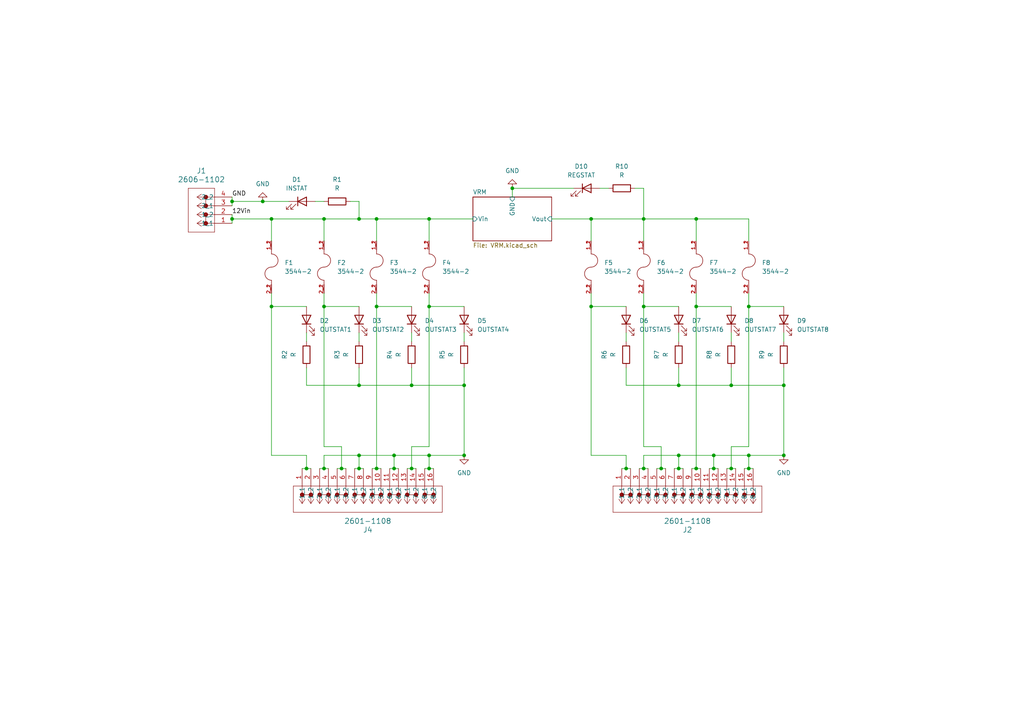
<source format=kicad_sch>
(kicad_sch (version 20250114) (generator "eeschema") (generator_version "9.0")
  (paper "A4")
  (lib_symbols
    (symbol "2026-01-30_02-58-56:2606-1102" (pin_names (offset 0.254))
      (property "Reference" "J" (at 8.89 6.35 0))
      (property "Value" "2606-1102" (at 0 0 0))
      (symbol "2606-1102_1_1"
        (polyline (pts (xy 5.08 2.54) (xy 5.08 -10.16)) (stroke (width 0.127)))
        (polyline (pts (xy 5.08 -10.16) (xy 12.7 -10.16)) (stroke (width 0.127)))
        (polyline (pts (xy 7.62 0) (xy 7.62 -2.54)) (stroke (width 0.127)))
        (circle (center 7.62 0) (radius 0.127) (stroke (width 0.508)))
        (circle (center 7.62 -2.54) (radius 0.127) (stroke (width 0.508)))
        (polyline (pts (xy 7.62 -5.08) (xy 7.62 -7.62)) (stroke (width 0.127)))
        (circle (center 7.62 -5.08) (radius 0.127) (stroke (width 0.508)))
        (circle (center 7.62 -7.62) (radius 0.127) (stroke (width 0.508)))
        (polyline (pts (xy 10.16 0) (xy 5.08 0)) (stroke (width 0.127)))
        (polyline (pts (xy 10.16 0) (xy 8.89 0.8467)) (stroke (width 0.127)))
        (polyline (pts (xy 10.16 0) (xy 8.89 -0.8467)) (stroke (width 0.127)))
        (polyline (pts (xy 10.16 -2.54) (xy 5.08 -2.54)) (stroke (width 0.127)))
        (polyline (pts (xy 10.16 -2.54) (xy 8.89 -1.6933)) (stroke (width 0.127)))
        (polyline (pts (xy 10.16 -2.54) (xy 8.89 -3.3867)) (stroke (width 0.127)))
        (polyline (pts (xy 10.16 -5.08) (xy 5.08 -5.08)) (stroke (width 0.127)))
        (polyline (pts (xy 10.16 -5.08) (xy 8.89 -4.2333)) (stroke (width 0.127)))
        (polyline (pts (xy 10.16 -5.08) (xy 8.89 -5.9267)) (stroke (width 0.127)))
        (polyline (pts (xy 10.16 -7.62) (xy 5.08 -7.62)) (stroke (width 0.127)))
        (polyline (pts (xy 10.16 -7.62) (xy 8.89 -6.7733)) (stroke (width 0.127)))
        (polyline (pts (xy 10.16 -7.62) (xy 8.89 -8.4667)) (stroke (width 0.127)))
        (polyline (pts (xy 12.7 2.54) (xy 5.08 2.54)) (stroke (width 0.127)))
        (polyline (pts (xy 12.7 -10.16) (xy 12.7 2.54)) (stroke (width 0.127)))
        (pin unspecified line (at 0 0 0) (length 5.08) (name "1_1") (number "1"))
        (pin unspecified line (at 0 -2.54 0) (length 5.08) (name "1_2") (number "2"))
        (pin unspecified line (at 0 -5.08 0) (length 5.08) (name "2_1") (number "3"))
        (pin unspecified line (at 0 -7.62 0) (length 5.08) (name "2_2") (number "4"))
      )
      (symbol "2606-1102_1_2"
        (polyline (pts (xy 5.08 2.54) (xy 5.08 -10.16)) (stroke (width 0.127)))
        (polyline (pts (xy 5.08 -10.16) (xy 12.7 -10.16)) (stroke (width 0.127)))
        (polyline (pts (xy 7.62 0) (xy 7.62 -2.54)) (stroke (width 0.127)))
        (circle (center 7.62 0) (radius 0.127) (stroke (width 0.508)))
        (circle (center 7.62 -2.54) (radius 0.127) (stroke (width 0.508)))
        (polyline (pts (xy 7.62 -5.08) (xy 7.62 -7.62)) (stroke (width 0.127)))
        (circle (center 7.62 -5.08) (radius 0.127) (stroke (width 0.508)))
        (circle (center 7.62 -7.62) (radius 0.127) (stroke (width 0.508)))
        (polyline (pts (xy 10.16 0) (xy 5.08 0)) (stroke (width 0.127)))
        (polyline (pts (xy 10.16 0) (xy 8.89 0.8467)) (stroke (width 0.127)))
        (polyline (pts (xy 10.16 0) (xy 8.89 -0.8467)) (stroke (width 0.127)))
        (polyline (pts (xy 10.16 -2.54) (xy 5.08 -2.54)) (stroke (width 0.127)))
        (polyline (pts (xy 10.16 -2.54) (xy 8.89 -1.6933)) (stroke (width 0.127)))
        (polyline (pts (xy 10.16 -2.54) (xy 8.89 -3.3867)) (stroke (width 0.127)))
        (polyline (pts (xy 10.16 -5.08) (xy 5.08 -5.08)) (stroke (width 0.127)))
        (polyline (pts (xy 10.16 -5.08) (xy 8.89 -4.2333)) (stroke (width 0.127)))
        (polyline (pts (xy 10.16 -5.08) (xy 8.89 -5.9267)) (stroke (width 0.127)))
        (polyline (pts (xy 10.16 -7.62) (xy 5.08 -7.62)) (stroke (width 0.127)))
        (polyline (pts (xy 10.16 -7.62) (xy 8.89 -6.7733)) (stroke (width 0.127)))
        (polyline (pts (xy 10.16 -7.62) (xy 8.89 -8.4667)) (stroke (width 0.127)))
        (polyline (pts (xy 12.7 2.54) (xy 5.08 2.54)) (stroke (width 0.127)))
        (polyline (pts (xy 12.7 -10.16) (xy 12.7 2.54)) (stroke (width 0.127)))
        (pin unspecified line (at 0 0 0) (length 5.08) (name "1_1") (number "1"))
        (pin unspecified line (at 0 -2.54 0) (length 5.08) (name "1_2") (number "2"))
        (pin unspecified line (at 0 -5.08 0) (length 5.08) (name "2_1") (number "3"))
        (pin unspecified line (at 0 -7.62 0) (length 5.08) (name "2_2") (number "4"))
      )
    )
    (symbol "2026-01-30_04-04-40:2601-1108" (pin_names (offset 0.254))
      (property "Reference" "J" (at 8.89 6.35 0))
      (property "Value" "2601-1108" (at 0 0 0))
      (symbol "2601-1108_1_1"
        (polyline (pts (xy 5.08 2.54) (xy 5.08 -40.64)) (stroke (width 0.127)))
        (polyline (pts (xy 5.08 -40.64) (xy 12.7 -40.64)) (stroke (width 0.127)))
        (polyline (pts (xy 7.62 0) (xy 7.62 -2.54)) (stroke (width 0.127)))
        (circle (center 7.62 0) (radius 0.127) (stroke (width 0.508)))
        (circle (center 7.62 -2.54) (radius 0.127) (stroke (width 0.508)))
        (polyline (pts (xy 7.62 -5.08) (xy 7.62 -7.62)) (stroke (width 0.127)))
        (circle (center 7.62 -5.08) (radius 0.127) (stroke (width 0.508)))
        (circle (center 7.62 -7.62) (radius 0.127) (stroke (width 0.508)))
        (polyline (pts (xy 7.62 -10.16) (xy 7.62 -12.7)) (stroke (width 0.127)))
        (circle (center 7.62 -10.16) (radius 0.127) (stroke (width 0.508)))
        (circle (center 7.62 -12.7) (radius 0.127) (stroke (width 0.508)))
        (polyline (pts (xy 7.62 -15.24) (xy 7.62 -17.78)) (stroke (width 0.127)))
        (circle (center 7.62 -15.24) (radius 0.127) (stroke (width 0.508)))
        (circle (center 7.62 -17.78) (radius 0.127) (stroke (width 0.508)))
        (polyline (pts (xy 7.62 -20.32) (xy 7.62 -22.86)) (stroke (width 0.127)))
        (circle (center 7.62 -20.32) (radius 0.127) (stroke (width 0.508)))
        (circle (center 7.62 -22.86) (radius 0.127) (stroke (width 0.508)))
        (polyline (pts (xy 7.62 -25.4) (xy 7.62 -27.94)) (stroke (width 0.127)))
        (circle (center 7.62 -25.4) (radius 0.127) (stroke (width 0.508)))
        (circle (center 7.62 -27.94) (radius 0.127) (stroke (width 0.508)))
        (polyline (pts (xy 7.62 -30.48) (xy 7.62 -33.02)) (stroke (width 0.127)))
        (circle (center 7.62 -30.48) (radius 0.127) (stroke (width 0.508)))
        (circle (center 7.62 -33.02) (radius 0.127) (stroke (width 0.508)))
        (polyline (pts (xy 7.62 -35.56) (xy 7.62 -38.1)) (stroke (width 0.127)))
        (circle (center 7.62 -35.56) (radius 0.127) (stroke (width 0.508)))
        (circle (center 7.62 -38.1) (radius 0.127) (stroke (width 0.508)))
        (polyline (pts (xy 10.16 0) (xy 5.08 0)) (stroke (width 0.127)))
        (polyline (pts (xy 10.16 0) (xy 8.89 0.8467)) (stroke (width 0.127)))
        (polyline (pts (xy 10.16 0) (xy 8.89 -0.8467)) (stroke (width 0.127)))
        (polyline (pts (xy 10.16 -2.54) (xy 5.08 -2.54)) (stroke (width 0.127)))
        (polyline (pts (xy 10.16 -2.54) (xy 8.89 -1.6933)) (stroke (width 0.127)))
        (polyline (pts (xy 10.16 -2.54) (xy 8.89 -3.3867)) (stroke (width 0.127)))
        (polyline (pts (xy 10.16 -5.08) (xy 5.08 -5.08)) (stroke (width 0.127)))
        (polyline (pts (xy 10.16 -5.08) (xy 8.89 -4.2333)) (stroke (width 0.127)))
        (polyline (pts (xy 10.16 -5.08) (xy 8.89 -5.9267)) (stroke (width 0.127)))
        (polyline (pts (xy 10.16 -7.62) (xy 5.08 -7.62)) (stroke (width 0.127)))
        (polyline (pts (xy 10.16 -7.62) (xy 8.89 -6.7733)) (stroke (width 0.127)))
        (polyline (pts (xy 10.16 -7.62) (xy 8.89 -8.4667)) (stroke (width 0.127)))
        (polyline (pts (xy 10.16 -10.16) (xy 5.08 -10.16)) (stroke (width 0.127)))
        (polyline (pts (xy 10.16 -10.16) (xy 8.89 -9.3133)) (stroke (width 0.127)))
        (polyline (pts (xy 10.16 -10.16) (xy 8.89 -11.0067)) (stroke (width 0.127)))
        (polyline (pts (xy 10.16 -12.7) (xy 5.08 -12.7)) (stroke (width 0.127)))
        (polyline (pts (xy 10.16 -12.7) (xy 8.89 -11.8533)) (stroke (width 0.127)))
        (polyline (pts (xy 10.16 -12.7) (xy 8.89 -13.5467)) (stroke (width 0.127)))
        (polyline (pts (xy 10.16 -15.24) (xy 5.08 -15.24)) (stroke (width 0.127)))
        (polyline (pts (xy 10.16 -15.24) (xy 8.89 -14.3933)) (stroke (width 0.127)))
        (polyline (pts (xy 10.16 -15.24) (xy 8.89 -16.0867)) (stroke (width 0.127)))
        (polyline (pts (xy 10.16 -17.78) (xy 5.08 -17.78)) (stroke (width 0.127)))
        (polyline (pts (xy 10.16 -17.78) (xy 8.89 -16.9333)) (stroke (width 0.127)))
        (polyline (pts (xy 10.16 -17.78) (xy 8.89 -18.6267)) (stroke (width 0.127)))
        (polyline (pts (xy 10.16 -20.32) (xy 5.08 -20.32)) (stroke (width 0.127)))
        (polyline (pts (xy 10.16 -20.32) (xy 8.89 -19.4733)) (stroke (width 0.127)))
        (polyline (pts (xy 10.16 -20.32) (xy 8.89 -21.1667)) (stroke (width 0.127)))
        (polyline (pts (xy 10.16 -22.86) (xy 5.08 -22.86)) (stroke (width 0.127)))
        (polyline (pts (xy 10.16 -22.86) (xy 8.89 -22.0133)) (stroke (width 0.127)))
        (polyline (pts (xy 10.16 -22.86) (xy 8.89 -23.7067)) (stroke (width 0.127)))
        (polyline (pts (xy 10.16 -25.4) (xy 5.08 -25.4)) (stroke (width 0.127)))
        (polyline (pts (xy 10.16 -25.4) (xy 8.89 -24.5533)) (stroke (width 0.127)))
        (polyline (pts (xy 10.16 -25.4) (xy 8.89 -26.2467)) (stroke (width 0.127)))
        (polyline (pts (xy 10.16 -27.94) (xy 5.08 -27.94)) (stroke (width 0.127)))
        (polyline (pts (xy 10.16 -27.94) (xy 8.89 -27.0933)) (stroke (width 0.127)))
        (polyline (pts (xy 10.16 -27.94) (xy 8.89 -28.7867)) (stroke (width 0.127)))
        (polyline (pts (xy 10.16 -30.48) (xy 5.08 -30.48)) (stroke (width 0.127)))
        (polyline (pts (xy 10.16 -30.48) (xy 8.89 -29.6333)) (stroke (width 0.127)))
        (polyline (pts (xy 10.16 -30.48) (xy 8.89 -31.3267)) (stroke (width 0.127)))
        (polyline (pts (xy 10.16 -33.02) (xy 5.08 -33.02)) (stroke (width 0.127)))
        (polyline (pts (xy 10.16 -33.02) (xy 8.89 -32.1733)) (stroke (width 0.127)))
        (polyline (pts (xy 10.16 -33.02) (xy 8.89 -33.8667)) (stroke (width 0.127)))
        (polyline (pts (xy 10.16 -35.56) (xy 5.08 -35.56)) (stroke (width 0.127)))
        (polyline (pts (xy 10.16 -35.56) (xy 8.89 -34.7133)) (stroke (width 0.127)))
        (polyline (pts (xy 10.16 -35.56) (xy 8.89 -36.4067)) (stroke (width 0.127)))
        (polyline (pts (xy 10.16 -38.1) (xy 5.08 -38.1)) (stroke (width 0.127)))
        (polyline (pts (xy 10.16 -38.1) (xy 8.89 -37.2533)) (stroke (width 0.127)))
        (polyline (pts (xy 10.16 -38.1) (xy 8.89 -38.9467)) (stroke (width 0.127)))
        (polyline (pts (xy 12.7 2.54) (xy 5.08 2.54)) (stroke (width 0.127)))
        (polyline (pts (xy 12.7 -40.64) (xy 12.7 2.54)) (stroke (width 0.127)))
        (pin unspecified line (at 0 0 0) (length 5.08) (name "1_1") (number "1"))
        (pin unspecified line (at 0 -2.54 0) (length 5.08) (name "1_2") (number "2"))
        (pin unspecified line (at 0 -5.08 0) (length 5.08) (name "2_1") (number "3"))
        (pin unspecified line (at 0 -7.62 0) (length 5.08) (name "2_2") (number "4"))
        (pin unspecified line (at 0 -10.16 0) (length 5.08) (name "3_1") (number "5"))
        (pin unspecified line (at 0 -12.7 0) (length 5.08) (name "3_2") (number "6"))
        (pin unspecified line (at 0 -15.24 0) (length 5.08) (name "4_1") (number "7"))
        (pin unspecified line (at 0 -17.78 0) (length 5.08) (name "4_2") (number "8"))
        (pin unspecified line (at 0 -20.32 0) (length 5.08) (name "5_1") (number "9"))
        (pin unspecified line (at 0 -22.86 0) (length 5.08) (name "5_2") (number "10"))
        (pin unspecified line (at 0 -25.4 0) (length 5.08) (name "6_1") (number "11"))
        (pin unspecified line (at 0 -27.94 0) (length 5.08) (name "6_2") (number "12"))
        (pin unspecified line (at 0 -30.48 0) (length 5.08) (name "7_1") (number "13"))
        (pin unspecified line (at 0 -33.02 0) (length 5.08) (name "7_2") (number "14"))
        (pin unspecified line (at 0 -35.56 0) (length 5.08) (name "8_1") (number "15"))
        (pin unspecified line (at 0 -38.1 0) (length 5.08) (name "8_2") (number "16"))
      )
      (symbol "2601-1108_1_2"
        (polyline (pts (xy 5.08 2.54) (xy 5.08 -40.64)) (stroke (width 0.127)))
        (polyline (pts (xy 5.08 -40.64) (xy 12.7 -40.64)) (stroke (width 0.127)))
        (polyline (pts (xy 7.62 0) (xy 7.62 -2.54)) (stroke (width 0.127)))
        (circle (center 7.62 0) (radius 0.127) (stroke (width 0.508)))
        (circle (center 7.62 -2.54) (radius 0.127) (stroke (width 0.508)))
        (polyline (pts (xy 7.62 -5.08) (xy 7.62 -7.62)) (stroke (width 0.127)))
        (circle (center 7.62 -5.08) (radius 0.127) (stroke (width 0.508)))
        (circle (center 7.62 -7.62) (radius 0.127) (stroke (width 0.508)))
        (polyline (pts (xy 7.62 -10.16) (xy 7.62 -12.7)) (stroke (width 0.127)))
        (circle (center 7.62 -10.16) (radius 0.127) (stroke (width 0.508)))
        (circle (center 7.62 -12.7) (radius 0.127) (stroke (width 0.508)))
        (polyline (pts (xy 7.62 -15.24) (xy 7.62 -17.78)) (stroke (width 0.127)))
        (circle (center 7.62 -15.24) (radius 0.127) (stroke (width 0.508)))
        (circle (center 7.62 -17.78) (radius 0.127) (stroke (width 0.508)))
        (polyline (pts (xy 7.62 -20.32) (xy 7.62 -22.86)) (stroke (width 0.127)))
        (circle (center 7.62 -20.32) (radius 0.127) (stroke (width 0.508)))
        (circle (center 7.62 -22.86) (radius 0.127) (stroke (width 0.508)))
        (polyline (pts (xy 7.62 -25.4) (xy 7.62 -27.94)) (stroke (width 0.127)))
        (circle (center 7.62 -25.4) (radius 0.127) (stroke (width 0.508)))
        (circle (center 7.62 -27.94) (radius 0.127) (stroke (width 0.508)))
        (polyline (pts (xy 7.62 -30.48) (xy 7.62 -33.02)) (stroke (width 0.127)))
        (circle (center 7.62 -30.48) (radius 0.127) (stroke (width 0.508)))
        (circle (center 7.62 -33.02) (radius 0.127) (stroke (width 0.508)))
        (polyline (pts (xy 7.62 -35.56) (xy 7.62 -38.1)) (stroke (width 0.127)))
        (circle (center 7.62 -35.56) (radius 0.127) (stroke (width 0.508)))
        (circle (center 7.62 -38.1) (radius 0.127) (stroke (width 0.508)))
        (polyline (pts (xy 10.16 0) (xy 5.08 0)) (stroke (width 0.127)))
        (polyline (pts (xy 10.16 0) (xy 8.89 0.8467)) (stroke (width 0.127)))
        (polyline (pts (xy 10.16 0) (xy 8.89 -0.8467)) (stroke (width 0.127)))
        (polyline (pts (xy 10.16 -2.54) (xy 5.08 -2.54)) (stroke (width 0.127)))
        (polyline (pts (xy 10.16 -2.54) (xy 8.89 -1.6933)) (stroke (width 0.127)))
        (polyline (pts (xy 10.16 -2.54) (xy 8.89 -3.3867)) (stroke (width 0.127)))
        (polyline (pts (xy 10.16 -5.08) (xy 5.08 -5.08)) (stroke (width 0.127)))
        (polyline (pts (xy 10.16 -5.08) (xy 8.89 -4.2333)) (stroke (width 0.127)))
        (polyline (pts (xy 10.16 -5.08) (xy 8.89 -5.9267)) (stroke (width 0.127)))
        (polyline (pts (xy 10.16 -7.62) (xy 5.08 -7.62)) (stroke (width 0.127)))
        (polyline (pts (xy 10.16 -7.62) (xy 8.89 -6.7733)) (stroke (width 0.127)))
        (polyline (pts (xy 10.16 -7.62) (xy 8.89 -8.4667)) (stroke (width 0.127)))
        (polyline (pts (xy 10.16 -10.16) (xy 5.08 -10.16)) (stroke (width 0.127)))
        (polyline (pts (xy 10.16 -10.16) (xy 8.89 -9.3133)) (stroke (width 0.127)))
        (polyline (pts (xy 10.16 -10.16) (xy 8.89 -11.0067)) (stroke (width 0.127)))
        (polyline (pts (xy 10.16 -12.7) (xy 5.08 -12.7)) (stroke (width 0.127)))
        (polyline (pts (xy 10.16 -12.7) (xy 8.89 -11.8533)) (stroke (width 0.127)))
        (polyline (pts (xy 10.16 -12.7) (xy 8.89 -13.5467)) (stroke (width 0.127)))
        (polyline (pts (xy 10.16 -15.24) (xy 5.08 -15.24)) (stroke (width 0.127)))
        (polyline (pts (xy 10.16 -15.24) (xy 8.89 -14.3933)) (stroke (width 0.127)))
        (polyline (pts (xy 10.16 -15.24) (xy 8.89 -16.0867)) (stroke (width 0.127)))
        (polyline (pts (xy 10.16 -17.78) (xy 5.08 -17.78)) (stroke (width 0.127)))
        (polyline (pts (xy 10.16 -17.78) (xy 8.89 -16.9333)) (stroke (width 0.127)))
        (polyline (pts (xy 10.16 -17.78) (xy 8.89 -18.6267)) (stroke (width 0.127)))
        (polyline (pts (xy 10.16 -20.32) (xy 5.08 -20.32)) (stroke (width 0.127)))
        (polyline (pts (xy 10.16 -20.32) (xy 8.89 -19.4733)) (stroke (width 0.127)))
        (polyline (pts (xy 10.16 -20.32) (xy 8.89 -21.1667)) (stroke (width 0.127)))
        (polyline (pts (xy 10.16 -22.86) (xy 5.08 -22.86)) (stroke (width 0.127)))
        (polyline (pts (xy 10.16 -22.86) (xy 8.89 -22.0133)) (stroke (width 0.127)))
        (polyline (pts (xy 10.16 -22.86) (xy 8.89 -23.7067)) (stroke (width 0.127)))
        (polyline (pts (xy 10.16 -25.4) (xy 5.08 -25.4)) (stroke (width 0.127)))
        (polyline (pts (xy 10.16 -25.4) (xy 8.89 -24.5533)) (stroke (width 0.127)))
        (polyline (pts (xy 10.16 -25.4) (xy 8.89 -26.2467)) (stroke (width 0.127)))
        (polyline (pts (xy 10.16 -27.94) (xy 5.08 -27.94)) (stroke (width 0.127)))
        (polyline (pts (xy 10.16 -27.94) (xy 8.89 -27.0933)) (stroke (width 0.127)))
        (polyline (pts (xy 10.16 -27.94) (xy 8.89 -28.7867)) (stroke (width 0.127)))
        (polyline (pts (xy 10.16 -30.48) (xy 5.08 -30.48)) (stroke (width 0.127)))
        (polyline (pts (xy 10.16 -30.48) (xy 8.89 -29.6333)) (stroke (width 0.127)))
        (polyline (pts (xy 10.16 -30.48) (xy 8.89 -31.3267)) (stroke (width 0.127)))
        (polyline (pts (xy 10.16 -33.02) (xy 5.08 -33.02)) (stroke (width 0.127)))
        (polyline (pts (xy 10.16 -33.02) (xy 8.89 -32.1733)) (stroke (width 0.127)))
        (polyline (pts (xy 10.16 -33.02) (xy 8.89 -33.8667)) (stroke (width 0.127)))
        (polyline (pts (xy 10.16 -35.56) (xy 5.08 -35.56)) (stroke (width 0.127)))
        (polyline (pts (xy 10.16 -35.56) (xy 8.89 -34.7133)) (stroke (width 0.127)))
        (polyline (pts (xy 10.16 -35.56) (xy 8.89 -36.4067)) (stroke (width 0.127)))
        (polyline (pts (xy 10.16 -38.1) (xy 5.08 -38.1)) (stroke (width 0.127)))
        (polyline (pts (xy 10.16 -38.1) (xy 8.89 -37.2533)) (stroke (width 0.127)))
        (polyline (pts (xy 10.16 -38.1) (xy 8.89 -38.9467)) (stroke (width 0.127)))
        (polyline (pts (xy 12.7 2.54) (xy 5.08 2.54)) (stroke (width 0.127)))
        (polyline (pts (xy 12.7 -40.64) (xy 12.7 2.54)) (stroke (width 0.127)))
        (pin unspecified line (at 0 0 0) (length 5.08) (name "1_1") (number "1"))
        (pin unspecified line (at 0 -2.54 0) (length 5.08) (name "1_2") (number "2"))
        (pin unspecified line (at 0 -5.08 0) (length 5.08) (name "2_1") (number "3"))
        (pin unspecified line (at 0 -7.62 0) (length 5.08) (name "2_2") (number "4"))
        (pin unspecified line (at 0 -10.16 0) (length 5.08) (name "3_1") (number "5"))
        (pin unspecified line (at 0 -12.7 0) (length 5.08) (name "3_2") (number "6"))
        (pin unspecified line (at 0 -15.24 0) (length 5.08) (name "4_1") (number "7"))
        (pin unspecified line (at 0 -17.78 0) (length 5.08) (name "4_2") (number "8"))
        (pin unspecified line (at 0 -20.32 0) (length 5.08) (name "5_1") (number "9"))
        (pin unspecified line (at 0 -22.86 0) (length 5.08) (name "5_2") (number "10"))
        (pin unspecified line (at 0 -25.4 0) (length 5.08) (name "6_1") (number "11"))
        (pin unspecified line (at 0 -27.94 0) (length 5.08) (name "6_2") (number "12"))
        (pin unspecified line (at 0 -30.48 0) (length 5.08) (name "7_1") (number "13"))
        (pin unspecified line (at 0 -33.02 0) (length 5.08) (name "7_2") (number "14"))
        (pin unspecified line (at 0 -35.56 0) (length 5.08) (name "8_1") (number "15"))
        (pin unspecified line (at 0 -38.1 0) (length 5.08) (name "8_2") (number "16"))
      )
    )
    (symbol "3544-2:3544-2" (pin_names (offset 1.016))
      (property "Reference" "F" (at -5.08 3.302 0))
      (property "Value" "3544-2" (at -5.08 -5.08 0))
      (symbol "3544-2_0_0"
        (polyline (pts (xy -5.08 0) (xy -3.81 0)) (stroke (width 0.1524)))
        (arc (start -3.81 0) (mid -1.905 1.8967) (end 0 0) (stroke (width 0.1524)))
        (arc (start 3.81 0) (mid 1.905 -1.8967) (end 0 0) (stroke (width 0.1524)))
        (polyline (pts (xy 5.08 0) (xy 3.81 0)) (stroke (width 0.1524)))
        (pin passive line (at -7.62 0 0) (length 2.54) (name "~") (number "1_1"))
        (pin passive line (at -7.62 0 0) (length 2.54) (name "~") (number "1_2"))
        (pin passive line (at 7.62 0 180) (length 2.54) (name "~") (number "2_1"))
        (pin passive line (at 7.62 0 180) (length 2.54) (name "~") (number "2_2"))
      )
    )
    (symbol "Device:LED" (pin_numbers (hide yes)) (pin_names (offset 1.016) (hide yes))
      (property "Reference" "D" (at 0 2.54 0))
      (property "Value" "LED" (at 0 -2.54 0))
      (symbol "LED_0_1"
        (polyline (pts (xy -3.048 -0.762) (xy -4.572 -2.286) (xy -3.81 -2.286) (xy -4.572 -2.286) (xy -4.572 -1.524)))
        (polyline (pts (xy -1.778 -0.762) (xy -3.302 -2.286) (xy -2.54 -2.286) (xy -3.302 -2.286) (xy -3.302 -1.524)))
        (polyline (pts (xy -1.27 0) (xy 1.27 0)))
        (polyline (pts (xy -1.27 -1.27) (xy -1.27 1.27)) (stroke (width 0.254)))
        (polyline (pts (xy 1.27 -1.27) (xy 1.27 1.27) (xy -1.27 0) (xy 1.27 -1.27)) (stroke (width 0.254)))
      )
      (symbol "LED_1_1"
        (pin passive line (at -3.81 0 0) (length 2.54) (name "K") (number "1"))
        (pin passive line (at 3.81 0 180) (length 2.54) (name "A") (number "2"))
      )
    )
    (symbol "Device:R" (pin_numbers (hide yes)) (pin_names (offset 0))
      (property "Reference" "R" (at 2.032 0 90))
      (property "Value" "R" (at 0 0 90))
      (symbol "R_0_1"
        (rectangle (start -1.016 -2.54) (end 1.016 2.54) (stroke (width 0.254)))
      )
      (symbol "R_1_1"
        (pin passive line (at 0 3.81 270) (length 1.27) (name "~") (number "1"))
        (pin passive line (at 0 -3.81 90) (length 1.27) (name "~") (number "2"))
      )
    )
    (symbol "power:GND" (power) (pin_numbers (hide yes)) (pin_names (offset 0) (hide yes))
      (property "Value" "GND" (at 0 -3.81 0))
      (symbol "GND_0_1"
        (polyline (pts (xy 0 0) (xy 0 -1.27) (xy 1.27 -1.27) (xy 0 -2.54) (xy -1.27 -1.27) (xy 0 -1.27)))
      )
      (symbol "GND_1_1"
        (pin power_in line (at 0 0 270) (length 0) (name "~") (number "1"))
      )
    )
  )
  (junction (at 124.46 132.08))
  (junction (at 109.22 88.9))
  (junction (at 124.46 135.89))
  (junction (at 67.31 63.5))
  (junction (at 181.61 135.89))
  (junction (at 99.06 135.89))
  (junction (at 67.31 58.42))
  (junction (at 201.93 88.9))
  (junction (at 104.14 111.76))
  (junction (at 171.45 63.5))
  (junction (at 201.93 135.89))
  (junction (at 104.14 135.89))
  (junction (at 114.3 132.08))
  (junction (at 124.46 63.5))
  (junction (at 78.74 63.5))
  (junction (at 227.33 111.76))
  (junction (at 191.77 135.89))
  (junction (at 148.59 54.61))
  (junction (at 196.85 111.76))
  (junction (at 104.14 132.08))
  (junction (at 93.98 135.89))
  (junction (at 119.38 111.76))
  (junction (at 119.38 135.89))
  (junction (at 78.74 88.9))
  (junction (at 109.22 63.5))
  (junction (at 201.93 63.5))
  (junction (at 104.14 63.5))
  (junction (at 207.01 135.89))
  (junction (at 114.3 135.89))
  (junction (at 212.09 135.89))
  (junction (at 76.2 58.42))
  (junction (at 186.69 63.5))
  (junction (at 196.85 132.08))
  (junction (at 186.69 88.9))
  (junction (at 134.62 132.08))
  (junction (at 207.01 132.08))
  (junction (at 227.33 132.08))
  (junction (at 93.98 63.5))
  (junction (at 186.69 135.89))
  (junction (at 196.85 135.89))
  (junction (at 124.46 88.9))
  (junction (at 217.17 88.9))
  (junction (at 93.98 88.9))
  (junction (at 171.45 88.9))
  (junction (at 134.62 111.76))
  (junction (at 217.17 135.89))
  (junction (at 88.9 135.89))
  (junction (at 217.17 132.08))
  (junction (at 212.09 111.76))
  (junction (at 109.22 135.89))
  (wire (pts (xy 227.33 106.68) (xy 227.33 111.76)))
  (wire (pts (xy 124.46 88.9) (xy 124.46 129.54)))
  (wire (pts (xy 134.62 132.08) (xy 134.62 111.76)))
  (wire (pts (xy 201.93 63.5) (xy 201.93 69.85)))
  (wire (pts (xy 196.85 132.08) (xy 207.01 132.08)))
  (wire (pts (xy 78.74 132.08) (xy 88.9 132.08)))
  (wire (pts (xy 113.03 135.89) (xy 114.3 135.89)))
  (wire (pts (xy 196.85 132.08) (xy 196.85 135.89)))
  (wire (pts (xy 105.41 135.89) (xy 104.14 135.89)))
  (wire (pts (xy 134.62 96.52) (xy 134.62 99.06)))
  (wire (pts (xy 67.31 63.5) (xy 67.31 64.77)))
  (wire (pts (xy 201.93 85.09) (xy 201.93 88.9)))
  (wire (pts (xy 76.2 58.42) (xy 83.82 58.42)))
  (wire (pts (xy 119.38 106.68) (xy 119.38 111.76)))
  (wire (pts (xy 109.22 63.5) (xy 109.22 69.85)))
  (wire (pts (xy 67.31 58.42) (xy 76.2 58.42)))
  (wire (pts (xy 186.69 63.5) (xy 201.93 63.5)))
  (wire (pts (xy 218.44 135.89) (xy 217.17 135.89)))
  (wire (pts (xy 210.82 135.89) (xy 212.09 135.89)))
  (wire (pts (xy 93.98 58.42) (xy 91.44 58.42)))
  (wire (pts (xy 201.93 135.89) (xy 203.2 135.89)))
  (wire (pts (xy 93.98 88.9) (xy 104.14 88.9)))
  (wire (pts (xy 104.14 96.52) (xy 104.14 99.06)))
  (wire (pts (xy 217.17 85.09) (xy 217.17 88.9)))
  (wire (pts (xy 93.98 132.08) (xy 104.14 132.08)))
  (wire (pts (xy 187.96 135.89) (xy 186.69 135.89)))
  (wire (pts (xy 124.46 129.54) (xy 119.38 129.54)))
  (wire (pts (xy 78.74 63.5) (xy 93.98 63.5)))
  (wire (pts (xy 217.17 132.08) (xy 217.17 135.89)))
  (wire (pts (xy 88.9 96.52) (xy 88.9 99.06)))
  (wire (pts (xy 201.93 88.9) (xy 201.93 135.89)))
  (wire (pts (xy 93.98 63.5) (xy 104.14 63.5)))
  (wire (pts (xy 186.69 88.9) (xy 196.85 88.9)))
  (wire (pts (xy 67.31 57.15) (xy 67.31 58.42)))
  (wire (pts (xy 104.14 58.42) (xy 104.14 63.5)))
  (wire (pts (xy 185.42 135.89) (xy 186.69 135.89)))
  (wire (pts (xy 93.98 129.54) (xy 99.06 129.54)))
  (wire (pts (xy 104.14 132.08) (xy 114.3 132.08)))
  (wire (pts (xy 227.33 96.52) (xy 227.33 99.06)))
  (wire (pts (xy 115.57 135.89) (xy 114.3 135.89)))
  (wire (pts (xy 212.09 129.54) (xy 212.09 135.89)))
  (wire (pts (xy 119.38 88.9) (xy 109.22 88.9)))
  (wire (pts (xy 109.22 63.5) (xy 124.46 63.5)))
  (wire (pts (xy 93.98 88.9) (xy 93.98 129.54)))
  (wire (pts (xy 207.01 132.08) (xy 207.01 135.89)))
  (wire (pts (xy 186.69 88.9) (xy 186.69 129.54)))
  (wire (pts (xy 217.17 88.9) (xy 227.33 88.9)))
  (wire (pts (xy 207.01 132.08) (xy 217.17 132.08)))
  (wire (pts (xy 186.69 132.08) (xy 196.85 132.08)))
  (wire (pts (xy 104.14 58.42) (xy 101.6 58.42)))
  (wire (pts (xy 215.9 135.89) (xy 217.17 135.89)))
  (wire (pts (xy 134.62 106.68) (xy 134.62 111.76)))
  (wire (pts (xy 78.74 88.9) (xy 78.74 132.08)))
  (wire (pts (xy 171.45 88.9) (xy 171.45 132.08)))
  (wire (pts (xy 171.45 63.5) (xy 171.45 69.85)))
  (wire (pts (xy 88.9 132.08) (xy 88.9 135.89)))
  (wire (pts (xy 104.14 132.08) (xy 104.14 135.89)))
  (wire (pts (xy 217.17 63.5) (xy 217.17 69.85)))
  (wire (pts (xy 110.49 135.89) (xy 109.22 135.89)))
  (wire (pts (xy 118.11 135.89) (xy 119.38 135.89)))
  (wire (pts (xy 181.61 106.68) (xy 181.61 111.76)))
  (wire (pts (xy 78.74 63.5) (xy 78.74 69.85)))
  (wire (pts (xy 107.95 135.89) (xy 109.22 135.89)))
  (wire (pts (xy 124.46 88.9) (xy 134.62 88.9)))
  (wire (pts (xy 100.33 135.89) (xy 99.06 135.89)))
  (wire (pts (xy 124.46 63.5) (xy 124.46 69.85)))
  (wire (pts (xy 190.5 135.89) (xy 191.77 135.89)))
  (wire (pts (xy 114.3 132.08) (xy 114.3 135.89)))
  (wire (pts (xy 217.17 88.9) (xy 217.17 129.54)))
  (wire (pts (xy 195.58 135.89) (xy 196.85 135.89)))
  (wire (pts (xy 119.38 111.76) (xy 104.14 111.76)))
  (wire (pts (xy 186.69 85.09) (xy 186.69 88.9)))
  (wire (pts (xy 123.19 135.89) (xy 124.46 135.89)))
  (wire (pts (xy 93.98 85.09) (xy 93.98 88.9)))
  (wire (pts (xy 212.09 106.68) (xy 212.09 111.76)))
  (wire (pts (xy 186.69 54.61) (xy 186.69 63.5)))
  (wire (pts (xy 114.3 132.08) (xy 124.46 132.08)))
  (wire (pts (xy 93.98 63.5) (xy 93.98 69.85)))
  (wire (pts (xy 148.59 54.61) (xy 166.37 54.61)))
  (wire (pts (xy 93.98 135.89) (xy 93.98 132.08)))
  (wire (pts (xy 90.17 135.89) (xy 88.9 135.89)))
  (wire (pts (xy 171.45 63.5) (xy 186.69 63.5)))
  (wire (pts (xy 196.85 111.76) (xy 181.61 111.76)))
  (wire (pts (xy 160.02 63.5) (xy 171.45 63.5)))
  (wire (pts (xy 205.74 135.89) (xy 207.01 135.89)))
  (wire (pts (xy 102.87 135.89) (xy 104.14 135.89)))
  (wire (pts (xy 208.28 135.89) (xy 207.01 135.89)))
  (wire (pts (xy 227.33 111.76) (xy 212.09 111.76)))
  (wire (pts (xy 201.93 63.5) (xy 217.17 63.5)))
  (wire (pts (xy 200.66 135.89) (xy 201.93 135.89)))
  (wire (pts (xy 109.22 85.09) (xy 109.22 88.9)))
  (wire (pts (xy 119.38 111.76) (xy 134.62 111.76)))
  (wire (pts (xy 186.69 63.5) (xy 186.69 69.85)))
  (wire (pts (xy 171.45 88.9) (xy 171.45 85.09)))
  (wire (pts (xy 201.93 88.9) (xy 212.09 88.9)))
  (wire (pts (xy 97.79 135.89) (xy 99.06 135.89)))
  (wire (pts (xy 78.74 88.9) (xy 88.9 88.9)))
  (wire (pts (xy 213.36 135.89) (xy 212.09 135.89)))
  (wire (pts (xy 176.53 54.61) (xy 173.99 54.61)))
  (wire (pts (xy 148.59 54.61) (xy 148.59 57.15)))
  (wire (pts (xy 104.14 106.68) (xy 104.14 111.76)))
  (wire (pts (xy 196.85 96.52) (xy 196.85 99.06)))
  (wire (pts (xy 212.09 96.52) (xy 212.09 99.06)))
  (wire (pts (xy 180.34 135.89) (xy 181.61 135.89)))
  (wire (pts (xy 217.17 129.54) (xy 212.09 129.54)))
  (wire (pts (xy 104.14 111.76) (xy 88.9 111.76)))
  (wire (pts (xy 88.9 111.76) (xy 88.9 106.68)))
  (wire (pts (xy 104.14 63.5) (xy 109.22 63.5)))
  (wire (pts (xy 217.17 132.08) (xy 227.33 132.08)))
  (wire (pts (xy 227.33 111.76) (xy 227.33 132.08)))
  (wire (pts (xy 124.46 85.09) (xy 124.46 88.9)))
  (wire (pts (xy 120.65 135.89) (xy 119.38 135.89)))
  (wire (pts (xy 193.04 135.89) (xy 191.77 135.89)))
  (wire (pts (xy 186.69 135.89) (xy 186.69 132.08)))
  (wire (pts (xy 186.69 54.61) (xy 184.15 54.61)))
  (wire (pts (xy 171.45 132.08) (xy 181.61 132.08)))
  (wire (pts (xy 124.46 63.5) (xy 137.16 63.5)))
  (wire (pts (xy 119.38 96.52) (xy 119.38 99.06)))
  (wire (pts (xy 125.73 135.89) (xy 124.46 135.89)))
  (wire (pts (xy 67.31 62.23) (xy 67.31 63.5)))
  (wire (pts (xy 67.31 58.42) (xy 67.31 59.69)))
  (wire (pts (xy 181.61 132.08) (xy 181.61 135.89)))
  (wire (pts (xy 99.06 129.54) (xy 99.06 135.89)))
  (wire (pts (xy 182.88 135.89) (xy 181.61 135.89)))
  (wire (pts (xy 198.12 135.89) (xy 196.85 135.89)))
  (wire (pts (xy 186.69 129.54) (xy 191.77 129.54)))
  (wire (pts (xy 92.71 135.89) (xy 93.98 135.89)))
  (wire (pts (xy 109.22 88.9) (xy 109.22 135.89)))
  (wire (pts (xy 78.74 85.09) (xy 78.74 88.9)))
  (wire (pts (xy 124.46 132.08) (xy 134.62 132.08)))
  (wire (pts (xy 212.09 111.76) (xy 196.85 111.76)))
  (wire (pts (xy 124.46 132.08) (xy 124.46 135.89)))
  (wire (pts (xy 67.31 63.5) (xy 78.74 63.5)))
  (wire (pts (xy 171.45 88.9) (xy 181.61 88.9)))
  (wire (pts (xy 191.77 129.54) (xy 191.77 135.89)))
  (wire (pts (xy 95.25 135.89) (xy 93.98 135.89)))
  (wire (pts (xy 181.61 96.52) (xy 181.61 99.06)))
  (wire (pts (xy 87.63 135.89) (xy 88.9 135.89)))
  (wire (pts (xy 119.38 129.54) (xy 119.38 135.89)))
  (wire (pts (xy 196.85 106.68) (xy 196.85 111.76)))
  (label "12Vin" (at 67.31 62.23 0))
  (label "GND" (at 67.31 57.15 0))
  (symbol (lib_id "Device:LED") (at 181.61 92.71 90) (unit 1)
    (property "Reference" "D6" (at 185.42 93.0274 90) (effects (justify right)))
    (property "Value" "OUTSTAT5" (at 185.42 95.5674 90) (effects (justify right)))
    (property "Footprint" "LED_SMD:LED_0805_2012Metric" (effects (hide yes)))
    (property "Description" "Light emitting diode" (effects (hide yes)))
    (property "Sim.Pins" "1=K 2=A" (effects (hide yes)))
  )
  (symbol (lib_id "2026-01-30_04-04-40:2601-1108") (at 87.63 135.89 90) (mirror x) (unit 1)
    (property "Reference" "J4" (at 106.68 153.67 90) (effects (font (size 1.524 1.524))))
    (property "Value" "2601-1108" (at 106.68 151.13 90) (effects (font (size 1.524 1.524))))
    (property "Footprint" "2601-1108:CONN8_2601-1108_WAG" (effects (hide yes)))
    (property "Datasheet" "2601-1108" (effects (hide yes)))
  )
  (symbol (lib_id "Device:R") (at 134.62 102.87 180) (unit 1)
    (property "Reference" "R5" (at 128.27 102.87 90))
    (property "Value" "R" (at 130.81 102.87 90))
    (property "Footprint" "Resistor_SMD:R_0603_1608Metric" (effects (hide yes)))
    (property "Description" "Resistor" (effects (hide yes)))
  )
  (symbol (lib_id "3544-2:3544-2") (at 186.69 77.47 270) (unit 1)
    (property "Reference" "F6" (at 190.5 76.1999 90) (effects (justify left)))
    (property "Value" "3544-2" (at 190.5 78.7399 90) (effects (justify left)))
    (property "Footprint" "3544_2_fuse:FUSE_3544-2" (effects (hide yes)))
    (property "PARTREV" "C" (effects (hide yes)))
    (property "STANDARD" "Manufacturer Recommendations" (effects (hide yes)))
    (property "SNAPEDA_PN" "3544-2" (effects (hide yes)))
    (property "MAXIMUM_PACKAGE_HEIGHT" "9.02mm" (effects (hide yes)))
    (property "MANUFACTURER" "Keystone" (effects (hide yes)))
  )
  (symbol (lib_id "Device:R") (at 88.9 102.87 180) (unit 1)
    (property "Reference" "R2" (at 82.55 102.87 90))
    (property "Value" "R" (at 85.09 102.87 90))
    (property "Footprint" "Resistor_SMD:R_0603_1608Metric" (effects (hide yes)))
    (property "Description" "Resistor" (effects (hide yes)))
  )
  (symbol (lib_id "Device:R") (at 119.38 102.87 180) (unit 1)
    (property "Reference" "R4" (at 113.03 102.87 90))
    (property "Value" "R" (at 115.57 102.87 90))
    (property "Footprint" "Resistor_SMD:R_0603_1608Metric" (effects (hide yes)))
    (property "Description" "Resistor" (effects (hide yes)))
  )
  (symbol (lib_id "3544-2:3544-2") (at 201.93 77.47 270) (unit 1)
    (property "Reference" "F7" (at 205.74 76.1999 90) (effects (justify left)))
    (property "Value" "3544-2" (at 205.74 78.7399 90) (effects (justify left)))
    (property "Footprint" "3544_2_fuse:FUSE_3544-2" (effects (hide yes)))
    (property "PARTREV" "C" (effects (hide yes)))
    (property "STANDARD" "Manufacturer Recommendations" (effects (hide yes)))
    (property "SNAPEDA_PN" "3544-2" (effects (hide yes)))
    (property "MAXIMUM_PACKAGE_HEIGHT" "9.02mm" (effects (hide yes)))
    (property "MANUFACTURER" "Keystone" (effects (hide yes)))
  )
  (symbol (lib_id "Device:R") (at 227.33 102.87 180) (unit 1)
    (property "Reference" "R9" (at 220.98 102.87 90))
    (property "Value" "R" (at 223.52 102.87 90))
    (property "Footprint" "Resistor_SMD:R_0603_1608Metric" (effects (hide yes)))
    (property "Description" "Resistor" (effects (hide yes)))
  )
  (symbol (lib_id "Device:LED") (at 88.9 92.71 90) (unit 1)
    (property "Reference" "D2" (at 92.71 93.0274 90) (effects (justify right)))
    (property "Value" "OUTSTAT1" (at 92.71 95.5674 90) (effects (justify right)))
    (property "Footprint" "LED_SMD:LED_0805_2012Metric" (effects (hide yes)))
    (property "Description" "Light emitting diode" (effects (hide yes)))
    (property "Sim.Pins" "1=K 2=A" (effects (hide yes)))
  )
  (symbol (lib_id "3544-2:3544-2") (at 171.45 77.47 270) (unit 1)
    (property "Reference" "F5" (at 175.26 76.1999 90) (effects (justify left)))
    (property "Value" "3544-2" (at 175.26 78.7399 90) (effects (justify left)))
    (property "Footprint" "3544_2_fuse:FUSE_3544-2" (effects (hide yes)))
    (property "PARTREV" "C" (effects (hide yes)))
    (property "STANDARD" "Manufacturer Recommendations" (effects (hide yes)))
    (property "SNAPEDA_PN" "3544-2" (effects (hide yes)))
    (property "MAXIMUM_PACKAGE_HEIGHT" "9.02mm" (effects (hide yes)))
    (property "MANUFACTURER" "Keystone" (effects (hide yes)))
  )
  (symbol (lib_id "Device:R") (at 180.34 54.61 90) (unit 1)
    (property "Reference" "R10" (at 180.34 48.26 90))
    (property "Value" "R" (at 180.34 50.8 90))
    (property "Footprint" "Resistor_SMD:R_0603_1608Metric" (effects (hide yes)))
    (property "Description" "Resistor" (effects (hide yes)))
  )
  (symbol (lib_id "Device:LED") (at 212.09 92.71 90) (unit 1)
    (property "Reference" "D8" (at 215.9 93.0274 90) (effects (justify right)))
    (property "Value" "OUTSTAT7" (at 215.9 95.5674 90) (effects (justify right)))
    (property "Footprint" "LED_SMD:LED_0805_2012Metric" (effects (hide yes)))
    (property "Description" "Light emitting diode" (effects (hide yes)))
    (property "Sim.Pins" "1=K 2=A" (effects (hide yes)))
  )
  (symbol (lib_id "Device:LED") (at 170.18 54.61 0) (unit 1)
    (property "Reference" "D10" (at 168.5925 48.26 0))
    (property "Value" "REGSTAT" (at 168.5925 50.8 0))
    (property "Footprint" "LED_SMD:LED_0805_2012Metric" (effects (hide yes)))
    (property "Description" "Light emitting diode" (effects (hide yes)))
    (property "Sim.Pins" "1=K 2=A" (effects (hide yes)))
  )
  (symbol (lib_id "Device:LED") (at 227.33 92.71 90) (unit 1)
    (property "Reference" "D9" (at 231.14 93.0274 90) (effects (justify right)))
    (property "Value" "OUTSTAT8" (at 231.14 95.5674 90) (effects (justify right)))
    (property "Footprint" "LED_SMD:LED_0805_2012Metric" (effects (hide yes)))
    (property "Description" "Light emitting diode" (effects (hide yes)))
    (property "Sim.Pins" "1=K 2=A" (effects (hide yes)))
  )
  (symbol (lib_id "Device:R") (at 181.61 102.87 180) (unit 1)
    (property "Reference" "R6" (at 175.26 102.87 90))
    (property "Value" "R" (at 177.8 102.87 90))
    (property "Footprint" "Resistor_SMD:R_0603_1608Metric" (effects (hide yes)))
    (property "Description" "Resistor" (effects (hide yes)))
  )
  (symbol (lib_id "3544-2:3544-2") (at 124.46 77.47 270) (unit 1)
    (property "Reference" "F4" (at 128.27 76.1999 90) (effects (justify left)))
    (property "Value" "3544-2" (at 128.27 78.7399 90) (effects (justify left)))
    (property "Footprint" "3544_2_fuse:FUSE_3544-2" (effects (hide yes)))
    (property "PARTREV" "C" (effects (hide yes)))
    (property "STANDARD" "Manufacturer Recommendations" (effects (hide yes)))
    (property "SNAPEDA_PN" "3544-2" (effects (hide yes)))
    (property "MAXIMUM_PACKAGE_HEIGHT" "9.02mm" (effects (hide yes)))
    (property "MANUFACTURER" "Keystone" (effects (hide yes)))
  )
  (symbol (lib_id "Device:R") (at 212.09 102.87 180) (unit 1)
    (property "Reference" "R8" (at 205.74 102.87 90))
    (property "Value" "R" (at 208.28 102.87 90))
    (property "Footprint" "Resistor_SMD:R_0603_1608Metric" (effects (hide yes)))
    (property "Description" "Resistor" (effects (hide yes)))
  )
  (symbol (lib_id "Device:LED") (at 119.38 92.71 90) (unit 1)
    (property "Reference" "D4" (at 123.19 93.0274 90) (effects (justify right)))
    (property "Value" "OUTSTAT3" (at 123.19 95.5674 90) (effects (justify right)))
    (property "Footprint" "LED_SMD:LED_0805_2012Metric" (effects (hide yes)))
    (property "Description" "Light emitting diode" (effects (hide yes)))
    (property "Sim.Pins" "1=K 2=A" (effects (hide yes)))
  )
  (symbol (lib_id "power:GND") (at 76.2 58.42 180) (unit 1)
    (property "Reference" "#PWR01" (effects (hide yes)))
    (property "Value" "GND" (at 76.2 53.34 0))
    (property "Description" "Power symbol creates a global label with name \"GND\" , ground" (effects (hide yes)))
  )
  (symbol (lib_id "power:GND") (at 227.33 132.08 0) (unit 1)
    (property "Reference" "#PWR02" (effects (hide yes)))
    (property "Value" "GND" (at 227.33 137.16 0))
    (property "Description" "Power symbol creates a global label with name \"GND\" , ground" (effects (hide yes)))
  )
  (symbol (lib_id "2026-01-30_04-04-40:2601-1108") (at 180.34 135.89 90) (mirror x) (unit 1)
    (property "Reference" "J2" (at 199.39 153.67 90) (effects (font (size 1.524 1.524))))
    (property "Value" "2601-1108" (at 199.39 151.13 90) (effects (font (size 1.524 1.524))))
    (property "Footprint" "2601-1108:CONN8_2601-1108_WAG" (effects (hide yes)))
    (property "Datasheet" "2601-1108" (effects (hide yes)))
  )
  (symbol (lib_id "power:GND") (at 148.59 54.61 180) (unit 1)
    (property "Reference" "#PWR04" (effects (hide yes)))
    (property "Value" "GND" (at 148.59 49.53 0))
    (property "Description" "Power symbol creates a global label with name \"GND\" , ground" (effects (hide yes)))
  )
  (symbol (lib_id "Device:R") (at 97.79 58.42 90) (unit 1)
    (property "Reference" "R1" (at 97.79 52.07 90))
    (property "Value" "R" (at 97.79 54.61 90))
    (property "Footprint" "Resistor_SMD:R_0603_1608Metric" (effects (hide yes)))
    (property "Description" "Resistor" (effects (hide yes)))
  )
  (symbol (lib_id "power:GND") (at 134.62 132.08 0) (unit 1)
    (property "Reference" "#PWR03" (effects (hide yes)))
    (property "Value" "GND" (at 134.62 137.16 0))
    (property "Description" "Power symbol creates a global label with name \"GND\" , ground" (effects (hide yes)))
  )
  (symbol (lib_id "Device:LED") (at 87.63 58.42 0) (unit 1)
    (property "Reference" "D1" (at 86.0425 52.07 0))
    (property "Value" "INSTAT" (at 86.0425 54.61 0))
    (property "Footprint" "LED_SMD:LED_0805_2012Metric" (effects (hide yes)))
    (property "Description" "Light emitting diode" (effects (hide yes)))
    (property "Sim.Pins" "1=K 2=A" (effects (hide yes)))
  )
  (symbol (lib_id "2026-01-30_02-58-56:2606-1102") (at 67.31 64.77 180) (unit 1)
    (property "Reference" "J1" (at 58.42 49.53 0) (effects (font (size 1.524 1.524))))
    (property "Value" "2606-1102" (at 58.42 52.07 0) (effects (font (size 1.524 1.524))))
    (property "Footprint" "2606-1102:CONN2_2606-1102_WAG" (effects (hide yes)))
    (property "Datasheet" "2606-1102" (effects (hide yes)))
  )
  (symbol (lib_id "Device:LED") (at 196.85 92.71 90) (unit 1)
    (property "Reference" "D7" (at 200.66 93.0274 90) (effects (justify right)))
    (property "Value" "OUTSTAT6" (at 200.66 95.5674 90) (effects (justify right)))
    (property "Footprint" "LED_SMD:LED_0805_2012Metric" (effects (hide yes)))
    (property "Description" "Light emitting diode" (effects (hide yes)))
    (property "Sim.Pins" "1=K 2=A" (effects (hide yes)))
  )
  (symbol (lib_id "3544-2:3544-2") (at 93.98 77.47 270) (unit 1)
    (property "Reference" "F2" (at 97.79 76.1999 90) (effects (justify left)))
    (property "Value" "3544-2" (at 97.79 78.7399 90) (effects (justify left)))
    (property "Footprint" "3544_2_fuse:FUSE_3544-2" (effects (hide yes)))
    (property "PARTREV" "C" (effects (hide yes)))
    (property "STANDARD" "Manufacturer Recommendations" (effects (hide yes)))
    (property "SNAPEDA_PN" "3544-2" (effects (hide yes)))
    (property "MAXIMUM_PACKAGE_HEIGHT" "9.02mm" (effects (hide yes)))
    (property "MANUFACTURER" "Keystone" (effects (hide yes)))
  )
  (symbol (lib_id "Device:R") (at 196.85 102.87 180) (unit 1)
    (property "Reference" "R7" (at 190.5 102.87 90))
    (property "Value" "R" (at 193.04 102.87 90))
    (property "Footprint" "Resistor_SMD:R_0603_1608Metric" (effects (hide yes)))
    (property "Description" "Resistor" (effects (hide yes)))
  )
  (symbol (lib_id "3544-2:3544-2") (at 109.22 77.47 270) (unit 1)
    (property "Reference" "F3" (at 113.03 76.1999 90) (effects (justify left)))
    (property "Value" "3544-2" (at 113.03 78.7399 90) (effects (justify left)))
    (property "Footprint" "3544_2_fuse:FUSE_3544-2" (effects (hide yes)))
    (property "PARTREV" "C" (effects (hide yes)))
    (property "STANDARD" "Manufacturer Recommendations" (effects (hide yes)))
    (property "SNAPEDA_PN" "3544-2" (effects (hide yes)))
    (property "MAXIMUM_PACKAGE_HEIGHT" "9.02mm" (effects (hide yes)))
    (property "MANUFACTURER" "Keystone" (effects (hide yes)))
  )
  (symbol (lib_id "Device:LED") (at 134.62 92.71 90) (unit 1)
    (property "Reference" "D5" (at 138.43 93.0274 90) (effects (justify right)))
    (property "Value" "OUTSTAT4" (at 138.43 95.5674 90) (effects (justify right)))
    (property "Footprint" "LED_SMD:LED_0805_2012Metric" (effects (hide yes)))
    (property "Description" "Light emitting diode" (effects (hide yes)))
    (property "Sim.Pins" "1=K 2=A" (effects (hide yes)))
  )
  (symbol (lib_id "Device:LED") (at 104.14 92.71 90) (unit 1)
    (property "Reference" "D3" (at 107.95 93.0274 90) (effects (justify right)))
    (property "Value" "OUTSTAT2" (at 107.95 95.5674 90) (effects (justify right)))
    (property "Footprint" "LED_SMD:LED_0805_2012Metric" (effects (hide yes)))
    (property "Description" "Light emitting diode" (effects (hide yes)))
    (property "Sim.Pins" "1=K 2=A" (effects (hide yes)))
  )
  (symbol (lib_id "3544-2:3544-2") (at 78.74 77.47 270) (unit 1)
    (property "Reference" "F1" (at 82.55 76.1999 90) (effects (justify left)))
    (property "Value" "3544-2" (at 82.55 78.7399 90) (effects (justify left)))
    (property "Footprint" "3544_2_fuse:FUSE_3544-2" (effects (hide yes)))
    (property "PARTREV" "C" (effects (hide yes)))
    (property "STANDARD" "Manufacturer Recommendations" (effects (hide yes)))
    (property "SNAPEDA_PN" "3544-2" (effects (hide yes)))
    (property "MAXIMUM_PACKAGE_HEIGHT" "9.02mm" (effects (hide yes)))
    (property "MANUFACTURER" "Keystone" (effects (hide yes)))
  )
  (symbol (lib_id "Device:R") (at 104.14 102.87 180) (unit 1)
    (property "Reference" "R3" (at 97.79 102.87 90))
    (property "Value" "R" (at 100.33 102.87 90))
    (property "Footprint" "Resistor_SMD:R_0603_1608Metric" (effects (hide yes)))
    (property "Description" "Resistor" (effects (hide yes)))
  )
  (symbol (lib_id "3544-2:3544-2") (at 217.17 77.47 270) (unit 1)
    (property "Reference" "F8" (at 220.98 76.1999 90) (effects (justify left)))
    (property "Value" "3544-2" (at 220.98 78.7399 90) (effects (justify left)))
    (property "Footprint" "3544_2_fuse:FUSE_3544-2" (effects (hide yes)))
    (property "PARTREV" "C" (effects (hide yes)))
    (property "STANDARD" "Manufacturer Recommendations" (effects (hide yes)))
    (property "SNAPEDA_PN" "3544-2" (effects (hide yes)))
    (property "MAXIMUM_PACKAGE_HEIGHT" "9.02mm" (effects (hide yes)))
    (property "MANUFACTURER" "Keystone" (effects (hide yes)))
  )
  (sheet (at 137.16 57.15) (size 22.86 12.7) (stroke (width 0.1524))
    (property "Sheetname" "VRM" (at 137.16 56.4384 0) (effects (justify left bottom)))
    (property "Sheetfile" "VRM.kicad_sch" (at 137.16 70.4346 0) (effects (justify left top)))
    (pin "GND" input (at 148.59 57.15 90))
    (pin "Vin" input (at 137.16 63.5 180))
    (pin "Vout" input (at 160.02 63.5 0))
  )
)
</source>
